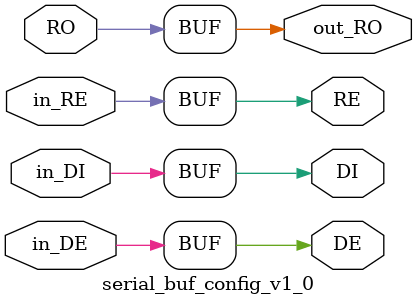
<source format=v>
`timescale 1 ns / 1 ps

module serial_buf_config_v1_0 #
(
  parameter MODE = "Half Duplex" 
)
(
  input wire in_DI,
  input wire in_DE,
  input wire in_RE,
  output wire out_RO,
  
  output wire DI,
  output wire DE,
  output wire RE,
  input wire RO
);

  case (MODE)
    "Half Duplex" : begin 
                      assign DI = in_DI;
                      assign DE = in_DE;
                      assign RE = in_RE;
                      assign out_RO = RO;
                    end
     "Full Duplex" : begin 
                      assign DI = in_DI;
                      assign DE = 1'b1;
                      assign RE = 1'b0;
                      assign out_RO = RO;
                    end
     "Transmit Only" : begin 
                         assign DI = in_DI;
                         assign DE = 1'b1;
                         assign RE = 1'b1;
                         assign out_RO = RO;
                       end
     "Receive Only" : begin 
                        assign DI = in_DI;
                        assign DE = 1'b0;
                        assign RE = 1'b0;
                        assign out_RO = RO;
                      end                                
  endcase

endmodule

</source>
